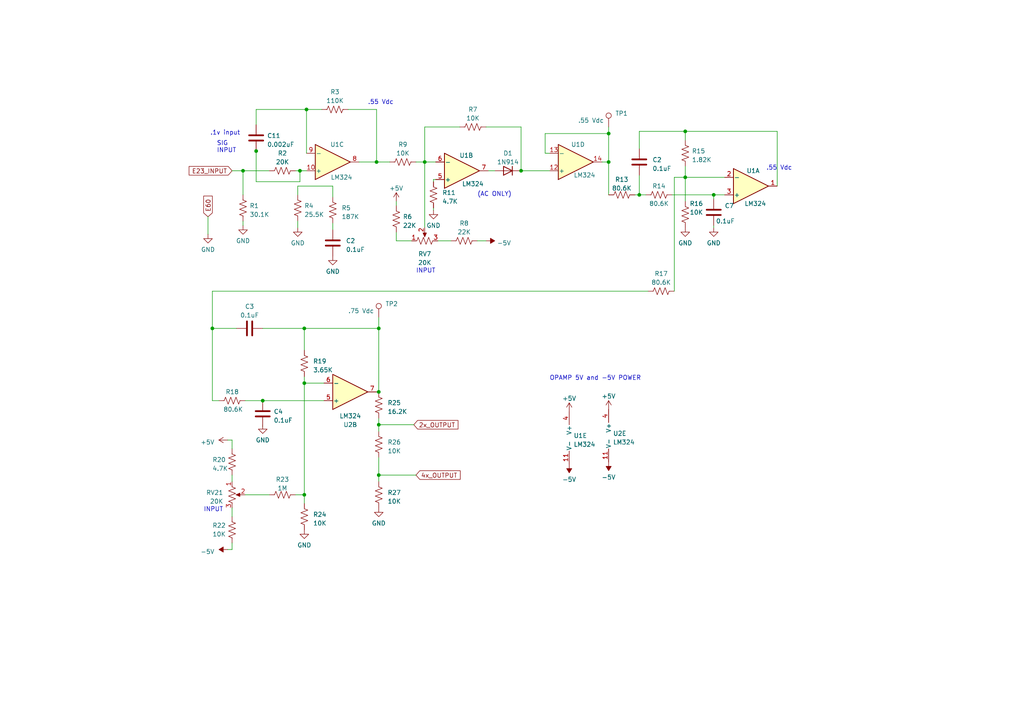
<source format=kicad_sch>
(kicad_sch (version 20230121) (generator eeschema)
  (paper "A4")
  (lib_symbols
    (symbol "Amplifier_Operational:LM324" (pin_names (offset 0.127))
      (property "Reference" "U" (at 0 5.08 0))
      (property "Value" "LM324" (at 0 -5.08 0))
      (symbol "LM324_1_1"
        (polyline (pts (xy -5.08 5.08) (xy 5.08 0) (xy -5.08 -5.08) (xy -5.08 5.08)) (stroke (width 0.254)) (fill (type background)))
        (pin output line (at 7.62 0 180) (length 2.54) (name "~") (number "1"))
        (pin input line (at -7.62 -2.54 0) (length 2.54) (name "-") (number "2"))
        (pin input line (at -7.62 2.54 0) (length 2.54) (name "+") (number "3"))
      )
      (symbol "LM324_2_1"
        (polyline (pts (xy -5.08 5.08) (xy 5.08 0) (xy -5.08 -5.08) (xy -5.08 5.08)) (stroke (width 0.254)) (fill (type background)))
        (pin input line (at -7.62 2.54 0) (length 2.54) (name "+") (number "5"))
        (pin input line (at -7.62 -2.54 0) (length 2.54) (name "-") (number "6"))
        (pin output line (at 7.62 0 180) (length 2.54) (name "~") (number "7"))
      )
      (symbol "LM324_3_1"
        (polyline (pts (xy -5.08 5.08) (xy 5.08 0) (xy -5.08 -5.08) (xy -5.08 5.08)) (stroke (width 0.254)) (fill (type background)))
        (pin input line (at -7.62 2.54 0) (length 2.54) (name "+") (number "10"))
        (pin output line (at 7.62 0 180) (length 2.54) (name "~") (number "8"))
        (pin input line (at -7.62 -2.54 0) (length 2.54) (name "-") (number "9"))
      )
      (symbol "LM324_4_1"
        (polyline (pts (xy -5.08 5.08) (xy 5.08 0) (xy -5.08 -5.08) (xy -5.08 5.08)) (stroke (width 0.254)) (fill (type background)))
        (pin input line (at -7.62 2.54 0) (length 2.54) (name "+") (number "12"))
        (pin input line (at -7.62 -2.54 0) (length 2.54) (name "-") (number "13"))
        (pin output line (at 7.62 0 180) (length 2.54) (name "~") (number "14"))
      )
      (symbol "LM324_5_1"
        (pin power_in line (at -2.54 -7.62 90) (length 3.81) (name "V-") (number "11"))
        (pin power_in line (at -2.54 7.62 270) (length 3.81) (name "V+") (number "4"))
      )
    )
    (symbol "Connector:TestPoint" (pin_numbers hide) (pin_names (offset 0.762) hide)
      (property "Reference" "TP" (at 0 6.858 0))
      (property "Value" "TestPoint" (at 0 5.08 0))
      (symbol "TestPoint_0_1"
        (circle (center 0 3.302) (radius 0.762))
      )
      (symbol "TestPoint_1_1"
        (pin passive line (at 0 0 90) (length 2.54) (name "1") (number "1"))
      )
    )
    (symbol "Device:C" (pin_numbers hide) (pin_names (offset 0.254))
      (property "Reference" "C" (at 0.635 2.54 0))
      (property "Value" "C" (at 0.635 -2.54 0))
      (symbol "C_0_1"
        (polyline (pts (xy -2.032 -0.762) (xy 2.032 -0.762)) (stroke (width 0.508)))
        (polyline (pts (xy -2.032 0.762) (xy 2.032 0.762)) (stroke (width 0.508)))
      )
      (symbol "C_1_1"
        (pin passive line (at 0 3.81 270) (length 2.794) (name "~") (number "1"))
        (pin passive line (at 0 -3.81 90) (length 2.794) (name "~") (number "2"))
      )
    )
    (symbol "Device:R_Potentiometer_US" (pin_names (offset 1.016) hide)
      (property "Reference" "RV" (at -4.445 0 90))
      (property "Value" "R_Potentiometer_US" (at -2.54 0 90))
      (symbol "R_Potentiometer_US_0_1"
        (polyline (pts (xy 0 -2.286) (xy 0 -2.54)))
        (polyline (pts (xy 0 2.54) (xy 0 2.286)))
        (polyline (pts (xy 2.54 0) (xy 1.524 0)))
        (polyline (pts (xy 1.143 0) (xy 2.286 0.508) (xy 2.286 -0.508) (xy 1.143 0)) (fill (type outline)))
        (polyline (pts (xy 0 -0.762) (xy 1.016 -1.143) (xy 0 -1.524) (xy -1.016 -1.905) (xy 0 -2.286)))
        (polyline (pts (xy 0 0.762) (xy 1.016 0.381) (xy 0 0) (xy -1.016 -0.381) (xy 0 -0.762)))
        (polyline (pts (xy 0 2.286) (xy 1.016 1.905) (xy 0 1.524) (xy -1.016 1.143) (xy 0 0.762)))
      )
      (symbol "R_Potentiometer_US_1_1"
        (pin passive line (at 0 3.81 270) (length 1.27) (name "1") (number "1"))
        (pin passive line (at 3.81 0 180) (length 1.27) (name "2") (number "2"))
        (pin passive line (at 0 -3.81 90) (length 1.27) (name "3") (number "3"))
      )
    )
    (symbol "Device:R_US" (pin_numbers hide) (pin_names (offset 0))
      (property "Reference" "R" (at 2.54 0 90))
      (property "Value" "R_US" (at -2.54 0 90))
      (symbol "R_US_0_1"
        (polyline (pts (xy 0 -2.286) (xy 0 -2.54)))
        (polyline (pts (xy 0 2.286) (xy 0 2.54)))
        (polyline (pts (xy 0 -0.762) (xy 1.016 -1.143) (xy 0 -1.524) (xy -1.016 -1.905) (xy 0 -2.286)))
        (polyline (pts (xy 0 0.762) (xy 1.016 0.381) (xy 0 0) (xy -1.016 -0.381) (xy 0 -0.762)))
        (polyline (pts (xy 0 2.286) (xy 1.016 1.905) (xy 0 1.524) (xy -1.016 1.143) (xy 0 0.762)))
      )
      (symbol "R_US_1_1"
        (pin passive line (at 0 3.81 270) (length 1.27) (name "~") (number "1"))
        (pin passive line (at 0 -3.81 90) (length 1.27) (name "~") (number "2"))
      )
    )
    (symbol "Diode:1N914" (pin_numbers hide) (pin_names hide)
      (property "Reference" "D" (at 0 2.54 0))
      (property "Value" "1N914" (at 0 -2.54 0))
      (symbol "1N914_0_1"
        (polyline (pts (xy -1.27 1.27) (xy -1.27 -1.27)) (stroke (width 0.254)))
        (polyline (pts (xy 1.27 0) (xy -1.27 0)))
        (polyline (pts (xy 1.27 1.27) (xy 1.27 -1.27) (xy -1.27 0) (xy 1.27 1.27)) (stroke (width 0.254)))
      )
      (symbol "1N914_1_1"
        (pin passive line (at -3.81 0 0) (length 2.54) (name "K") (number "1"))
        (pin passive line (at 3.81 0 180) (length 2.54) (name "A") (number "2"))
      )
    )
    (symbol "power:+5V" (power) (pin_names (offset 0))
      (property "Value" "+5V" (at 0 3.556 0))
      (symbol "+5V_0_1"
        (polyline (pts (xy -0.762 1.27) (xy 0 2.54)))
        (polyline (pts (xy 0 0) (xy 0 2.54)))
        (polyline (pts (xy 0 2.54) (xy 0.762 1.27)))
      )
      (symbol "+5V_1_1"
        (pin power_in line (at 0 0 90) (length 0) hide (name "+5V") (number "1"))
      )
    )
    (symbol "power:-5V" (power) (pin_names (offset 0))
      (property "Value" "-5V" (at 0 3.81 0))
      (symbol "-5V_0_0"
        (pin power_in line (at 0 0 90) (length 0) hide (name "-5V") (number "1"))
      )
      (symbol "-5V_0_1"
        (polyline (pts (xy 0 0) (xy 0 1.27) (xy 0.762 1.27) (xy 0 2.54) (xy -0.762 1.27) (xy 0 1.27)) (fill (type outline)))
      )
    )
    (symbol "power:GND" (power) (pin_names (offset 0))
      (property "Value" "GND" (at 0 -3.81 0))
      (symbol "GND_0_1"
        (polyline (pts (xy 0 0) (xy 0 -1.27) (xy 1.27 -1.27) (xy 0 -2.54) (xy -1.27 -1.27) (xy 0 -1.27)))
      )
      (symbol "GND_1_1"
        (pin power_in line (at 0 0 270) (length 0) hide (name "GND") (number "1"))
      )
    )
  )
  (junction (at 88.265 111.125))
  (junction (at 109.22 46.99))
  (junction (at 123.19 46.99))
  (junction (at 151.13 49.53))
  (junction (at 86.995 49.53))
  (junction (at 76.2 116.205))
  (junction (at 70.485 49.53))
  (junction (at 185.42 56.515))
  (junction (at 109.855 137.795))
  (junction (at 109.855 95.25))
  (junction (at 74.295 43.815))
  (junction (at 88.9 31.75))
  (junction (at 198.755 51.435))
  (junction (at 176.53 46.99))
  (junction (at 88.265 143.51))
  (junction (at 109.855 113.665))
  (junction (at 88.265 95.25))
  (junction (at 61.595 95.25))
  (junction (at 198.755 38.1))
  (junction (at 176.53 38.735))
  (junction (at 109.855 123.19))
  (junction (at 207.01 56.515))
  (wire (pts (xy 88.265 111.125) (xy 88.265 143.51)))
  (wire (pts (xy 74.295 31.75) (xy 74.295 36.195)))
  (wire (pts (xy 85.725 49.53) (xy 86.995 49.53)))
  (wire (pts (xy 66.04 159.385) (xy 67.31 159.385)))
  (wire (pts (xy 76.2 123.825) (xy 76.2 123.19)))
  (wire (pts (xy 207.01 56.515) (xy 207.01 57.785)))
  (wire (pts (xy 63.5 116.205) (xy 61.595 116.205)))
  (wire (pts (xy 114.935 67.31) (xy 114.935 69.85)))
  (wire (pts (xy 120.65 46.99) (xy 123.19 46.99)))
  (wire (pts (xy 140.97 36.83) (xy 151.13 36.83)))
  (wire (pts (xy 66.04 127.635) (xy 67.31 127.635)))
  (wire (pts (xy 158.115 44.45) (xy 159.385 44.45)))
  (wire (pts (xy 67.31 159.385) (xy 67.31 157.48)))
  (wire (pts (xy 67.31 49.53) (xy 70.485 49.53)))
  (wire (pts (xy 88.9 44.45) (xy 88.9 31.75)))
  (wire (pts (xy 88.265 109.22) (xy 88.265 111.125)))
  (wire (pts (xy 86.995 52.705) (xy 86.995 49.53)))
  (wire (pts (xy 187.96 84.455) (xy 61.595 84.455)))
  (wire (pts (xy 88.9 31.75) (xy 74.295 31.75)))
  (wire (pts (xy 96.52 57.15) (xy 96.52 53.975)))
  (wire (pts (xy 88.265 95.25) (xy 109.855 95.25)))
  (wire (pts (xy 88.9 31.75) (xy 93.345 31.75)))
  (wire (pts (xy 141.605 49.53) (xy 143.51 49.53)))
  (wire (pts (xy 74.295 52.705) (xy 86.995 52.705)))
  (wire (pts (xy 61.595 84.455) (xy 61.595 95.25)))
  (wire (pts (xy 198.755 51.435) (xy 210.185 51.435)))
  (wire (pts (xy 61.595 95.25) (xy 61.595 116.205)))
  (wire (pts (xy 125.73 60.325) (xy 125.73 60.96)))
  (wire (pts (xy 120.65 137.795) (xy 109.855 137.795)))
  (wire (pts (xy 88.265 143.51) (xy 88.265 146.05)))
  (wire (pts (xy 176.53 36.83) (xy 176.53 38.735)))
  (wire (pts (xy 109.855 132.715) (xy 109.855 137.795)))
  (wire (pts (xy 74.295 43.18) (xy 74.295 43.815)))
  (wire (pts (xy 109.22 46.99) (xy 113.03 46.99)))
  (wire (pts (xy 185.42 38.1) (xy 185.42 43.18)))
  (wire (pts (xy 114.935 58.42) (xy 114.935 59.69)))
  (wire (pts (xy 158.115 38.735) (xy 158.115 44.45)))
  (wire (pts (xy 74.295 43.815) (xy 74.295 52.705)))
  (wire (pts (xy 133.35 36.83) (xy 123.19 36.83)))
  (wire (pts (xy 96.52 64.77) (xy 96.52 66.675)))
  (wire (pts (xy 174.625 46.99) (xy 176.53 46.99)))
  (wire (pts (xy 138.43 69.85) (xy 140.97 69.85)))
  (wire (pts (xy 123.19 36.83) (xy 123.19 46.99)))
  (wire (pts (xy 114.935 69.85) (xy 119.38 69.85)))
  (wire (pts (xy 76.2 116.205) (xy 93.98 116.205)))
  (wire (pts (xy 86.995 49.53) (xy 88.9 49.53)))
  (wire (pts (xy 109.855 95.25) (xy 109.855 113.665)))
  (wire (pts (xy 67.31 147.32) (xy 67.31 149.86)))
  (wire (pts (xy 127 69.85) (xy 130.81 69.85)))
  (wire (pts (xy 176.53 46.99) (xy 176.53 56.515)))
  (wire (pts (xy 198.755 48.26) (xy 198.755 51.435)))
  (wire (pts (xy 184.15 56.515) (xy 185.42 56.515)))
  (wire (pts (xy 85.725 143.51) (xy 88.265 143.51)))
  (wire (pts (xy 86.36 53.975) (xy 86.36 56.515)))
  (wire (pts (xy 76.2 95.25) (xy 88.265 95.25)))
  (wire (pts (xy 109.855 92.075) (xy 109.855 95.25)))
  (wire (pts (xy 109.22 31.75) (xy 109.22 46.99)))
  (wire (pts (xy 176.53 38.735) (xy 158.115 38.735)))
  (wire (pts (xy 86.36 53.975) (xy 96.52 53.975)))
  (wire (pts (xy 60.325 62.865) (xy 60.325 67.945)))
  (wire (pts (xy 86.36 64.135) (xy 86.36 66.04)))
  (wire (pts (xy 100.965 31.75) (xy 109.22 31.75)))
  (wire (pts (xy 185.42 56.515) (xy 187.325 56.515)))
  (wire (pts (xy 195.58 51.435) (xy 195.58 84.455)))
  (wire (pts (xy 88.265 95.25) (xy 88.265 101.6)))
  (wire (pts (xy 185.42 50.8) (xy 185.42 56.515)))
  (wire (pts (xy 151.13 49.53) (xy 159.385 49.53)))
  (wire (pts (xy 120.015 123.19) (xy 109.855 123.19)))
  (wire (pts (xy 61.595 95.25) (xy 68.58 95.25)))
  (wire (pts (xy 225.425 53.975) (xy 225.425 38.1)))
  (wire (pts (xy 151.13 36.83) (xy 151.13 49.53)))
  (wire (pts (xy 207.01 56.515) (xy 210.185 56.515)))
  (wire (pts (xy 109.855 121.285) (xy 109.855 123.19)))
  (wire (pts (xy 76.2 116.205) (xy 71.12 116.205)))
  (wire (pts (xy 109.855 137.795) (xy 109.855 139.7)))
  (wire (pts (xy 70.485 64.135) (xy 70.485 65.405)))
  (wire (pts (xy 176.53 46.99) (xy 176.53 38.735)))
  (wire (pts (xy 71.12 143.51) (xy 78.105 143.51)))
  (wire (pts (xy 125.73 52.07) (xy 126.365 52.07)))
  (wire (pts (xy 225.425 38.1) (xy 198.755 38.1)))
  (wire (pts (xy 198.755 40.64) (xy 198.755 38.1)))
  (wire (pts (xy 109.22 113.665) (xy 109.855 113.665)))
  (wire (pts (xy 207.01 65.405) (xy 207.01 66.04)))
  (wire (pts (xy 198.755 51.435) (xy 198.755 58.42)))
  (wire (pts (xy 109.22 46.99) (xy 104.14 46.99)))
  (wire (pts (xy 109.855 123.19) (xy 109.855 125.095)))
  (wire (pts (xy 198.755 51.435) (xy 195.58 51.435)))
  (wire (pts (xy 194.945 56.515) (xy 207.01 56.515)))
  (wire (pts (xy 88.265 111.125) (xy 93.98 111.125)))
  (wire (pts (xy 185.42 38.1) (xy 198.755 38.1)))
  (wire (pts (xy 125.73 52.705) (xy 125.73 52.07)))
  (wire (pts (xy 123.19 46.99) (xy 126.365 46.99)))
  (wire (pts (xy 70.485 49.53) (xy 78.105 49.53)))
  (wire (pts (xy 67.31 127.635) (xy 67.31 130.175)))
  (wire (pts (xy 67.31 137.795) (xy 67.31 139.7)))
  (wire (pts (xy 123.19 66.04) (xy 123.19 46.99)))
  (wire (pts (xy 70.485 56.515) (xy 70.485 49.53)))
  (text "(AC ONLY)" (at 138.43 57.15 0) (effects (font (size 1.27 1.27)) (justify left bottom)))
  (text ".55 Vdc\n" (at 222.25 49.53 0) (effects (font (size 1.27 1.27)) (justify left bottom)))
  (text "INPUT" (at 120.65 79.375 0) (effects (font (size 1.27 1.27)) (justify left bottom)))
  (text "INPUT" (at 59.055 148.59 0) (effects (font (size 1.27 1.27)) (justify left bottom)))
  (text "SIG\nINPUT" (at 62.865 44.45 0) (effects (font (size 1.27 1.27)) (justify left bottom)))
  (text "OPAMP 5V and -5V POWER" (at 159.385 110.49 0) (effects (font (size 1.27 1.27)) (justify left bottom)))
  (text ".1v input\n" (at 60.96 39.37 0) (effects (font (size 1.27 1.27)) (justify left bottom)))
  (text ".55 Vdc\n" (at 106.68 30.48 0) (effects (font (size 1.27 1.27)) (justify left bottom)))
  (global_label "E23_INPUT" (shape input) (at 67.31 49.53 180) (property "Intersheetrefs" "${INTERSHEET_REFS}" (effects hide)))
  (global_label "E60" (shape input) (at 60.325 62.865 90) (property "Intersheetrefs" "${INTERSHEET_REFS}" (effects hide)))
  (global_label "2x_OUTPUT" (shape input) (at 120.015 123.19 0) (property "Intersheetrefs" "${INTERSHEET_REFS}" (effects hide)))
  (global_label "4x_OUTPUT" (shape input) (at 120.65 137.795 0) (property "Intersheetrefs" "${INTERSHEET_REFS}" (effects hide)))
  (symbol (lib_id "Device:C") (at 185.42 46.99 0) (unit 1)
    (property "Reference" "C2" (at 189.23 46.355 0) (effects (justify left)))
    (property "Value" "0.1uF" (at 189.23 48.895 0) (effects (justify left)))
    (property "Footprint" "Capacitor_SMD:C_0603_1608Metric" (effects hide))
    (instances (project "Hardware_Filter_SSS" (path "" (reference "C2") (unit 1))) (project "Bottom_Board" (path "" (reference "C8") (unit 1))))
  )
  (symbol (lib_id "Device:R_US") (at 109.855 143.51 180) (unit 1)
    (property "Reference" "R27" (at 112.395 142.875 0) (effects (justify right)))
    (property "Value" "10K" (at 112.395 145.415 0) (effects (justify right)))
    (property "Footprint" "Resistor_SMD:R_0603_1608Metric" (effects hide))
    (instances (project "Hardware_Filter_SSS" (path "" (reference "R27") (unit 1))) (project "Bottom_Board" (path "" (reference "R14") (unit 1))))
  )
  (symbol (lib_id "Device:R_US") (at 137.16 36.83 90) (unit 1)
    (property "Reference" "R7" (at 137.16 31.75 90))
    (property "Value" "10K" (at 137.16 34.29 90))
    (property "Footprint" "Resistor_SMD:R_0603_1608Metric" (effects hide))
    (instances (project "Hardware_Filter_SSS" (path "" (reference "R7") (unit 1))) (project "Bottom_Board" (path "" (reference "R19") (unit 1))))
  )
  (symbol (lib_id "power:-5V") (at 66.04 159.385 90) (unit 1)
    (property "Reference" "#PWR016" (effects hide))
    (property "Value" "-5V" (at 62.23 160.02 90) (effects (justify left)))
    (instances (project "Hardware_Filter_SSS" (path "" (reference "#PWR016") (unit 1))) (project "Bottom_Board" (path "" (reference "#PWR03") (unit 1))))
  )
  (symbol (lib_id "Device:R_US") (at 116.84 46.99 90) (unit 1)
    (property "Reference" "R9" (at 116.84 41.91 90))
    (property "Value" "10K" (at 116.84 44.45 90))
    (property "Footprint" "Resistor_SMD:R_0603_1608Metric" (effects hide))
    (instances (project "Hardware_Filter_SSS" (path "" (reference "R9") (unit 1))) (project "Bottom_Board" (path "" (reference "R16") (unit 1))))
  )
  (symbol (lib_id "Amplifier_Operational:LM324") (at 133.985 49.53 0) (mirror x) (unit 2)
    (property "Reference" "U1" (at 135.255 45.085 0))
    (property "Value" "LM324" (at 137.16 53.34 0))
    (property "Footprint" "Package_SO:SOIC-14_3.9x8.7mm_P1.27mm" (effects hide))
    (property "Datasheet" "http://www.ti.com/lit/ds/symlink/lm2902-n.pdf" (effects hide))
  )
  (symbol (lib_id "power:GND") (at 70.485 65.405 0) (unit 1)
    (property "Reference" "#PWR05" (effects hide))
    (property "Value" "GND" (at 70.485 69.85 0))
    (instances (project "Hardware_Filter_SSS" (path "" (reference "#PWR05") (unit 1))) (project "Bottom_Board" (path "" (reference "#PWR04") (unit 1))))
  )
  (symbol (lib_id "power:GND") (at 60.325 67.945 0) (unit 1)
    (property "Reference" "#PWR07" (effects hide))
    (property "Value" "GND" (at 60.325 72.39 0))
    (instances (project "Hardware_Filter_SSS" (path "" (reference "#PWR07") (unit 1))) (project "Bottom_Board" (path "" (reference "#PWR01") (unit 1))))
  )
  (symbol (lib_id "Amplifier_Operational:LM324") (at 101.6 113.665 0) (mirror x) (unit 2)
    (property "Reference" "U2" (at 101.6 123.19 0))
    (property "Value" "LM324" (at 101.6 120.65 0))
    (property "Footprint" "Package_SO:SOIC-14_3.9x8.7mm_P1.27mm" (effects hide))
    (property "Datasheet" "http://www.ti.com/lit/ds/symlink/lm2902-n.pdf" (effects hide))
  )
  (symbol (lib_id "Device:R_US") (at 134.62 69.85 90) (unit 1)
    (property "Reference" "R8" (at 134.62 64.77 90))
    (property "Value" "22K" (at 134.62 67.31 90))
    (property "Footprint" "Resistor_SMD:R_0603_1608Metric" (effects hide))
    (instances (project "Hardware_Filter_SSS" (path "" (reference "R8") (unit 1))) (project "Bottom_Board" (path "" (reference "R18") (unit 1))))
  )
  (symbol (lib_id "Device:R_Potentiometer_US") (at 67.31 143.51 0) (unit 1)
    (property "Reference" "RV21" (at 64.77 142.875 0) (effects (justify right)))
    (property "Value" "20K" (at 64.77 145.415 0) (effects (justify right)))
    (property "Footprint" "Potentiometer_THT:Potentiometer_Bourns_3386P_Vertical" (effects hide))
    (instances (project "Hardware_Filter_SSS" (path "" (reference "RV21") (unit 1))) (project "Bottom_Board" (path "" (reference "RV1") (unit 1))))
  )
  (symbol (lib_id "Diode:1N914") (at 147.32 49.53 180) (unit 1)
    (property "Reference" "D1" (at 147.32 44.45 0))
    (property "Value" "1N914" (at 147.32 46.99 0))
    (property "Footprint" "Diode_SMD:D_0603_1608Metric" (effects hide))
    (property "Datasheet" "http://www.vishay.com/docs/85622/1n914.pdf" (effects hide))
    (property "Sim.Device" "D" (effects hide))
    (property "Sim.Pins" "1=K 2=A" (effects hide))
  )
  (symbol (lib_id "Amplifier_Operational:LM324") (at 96.52 46.99 0) (mirror x) (unit 3)
    (property "Reference" "U1" (at 97.79 41.91 0))
    (property "Value" "LM324" (at 99.06 51.435 0))
    (property "Footprint" "Package_SO:SOIC-14_3.9x8.7mm_P1.27mm" (effects hide))
    (property "Datasheet" "http://www.ti.com/lit/ds/symlink/lm2902-n.pdf" (effects hide))
  )
  (symbol (lib_id "power:GND") (at 207.01 66.04 0) (unit 1)
    (property "Reference" "#PWR013" (effects hide))
    (property "Value" "GND" (at 207.01 70.485 0))
    (instances (project "Hardware_Filter_SSS" (path "" (reference "#PWR013") (unit 1))) (project "Bottom_Board" (path "" (reference "#PWR018") (unit 1))))
  )
  (symbol (lib_id "Device:R_US") (at 88.265 105.41 180) (unit 1)
    (property "Reference" "R19" (at 90.805 104.775 0) (effects (justify right)))
    (property "Value" "3.65K" (at 90.805 107.315 0) (effects (justify right)))
    (property "Footprint" "Resistor_SMD:R_0603_1608Metric" (effects hide))
    (instances (project "Hardware_Filter_SSS" (path "" (reference "R19") (unit 1))) (project "Bottom_Board" (path "" (reference "R8") (unit 1))))
  )
  (symbol (lib_id "Connector:TestPoint") (at 109.855 92.075 0) (unit 1)
    (property "Reference" "TP2" (at 111.76 88.138 0) (effects (justify left)))
    (property "Value" ".75 Vdc" (at 100.965 90.17 0) (effects (justify left)))
    (property "Footprint" "TestPoint:TestPoint_Loop_D2.54mm_Drill1.5mm_Beaded" (effects hide))
    (instances (project "Hardware_Filter_SSS" (path "" (reference "TP2") (unit 1))) (project "Bottom_Board" (path "" (reference "TP1") (unit 1))))
  )
  (symbol (lib_id "Device:R_US") (at 67.31 153.67 180) (unit 1)
    (property "Reference" "R22" (at 61.595 152.4 0) (effects (justify right)))
    (property "Value" "10K" (at 61.595 154.94 0) (effects (justify right)))
    (property "Footprint" "Resistor_SMD:R_0603_1608Metric" (effects hide))
    (instances (project "Hardware_Filter_SSS" (path "" (reference "R22") (unit 1))) (project "Bottom_Board" (path "" (reference "R3") (unit 1))))
  )
  (symbol (lib_id "Amplifier_Operational:LM324") (at 167.005 46.99 0) (mirror x) (unit 4)
    (property "Reference" "U1" (at 167.64 41.91 0))
    (property "Value" "LM324" (at 169.545 50.8 0))
    (property "Footprint" "Package_SO:SOIC-14_3.9x8.7mm_P1.27mm" (effects hide))
    (property "Datasheet" "http://www.ti.com/lit/ds/symlink/lm2902-n.pdf" (effects hide))
  )
  (symbol (lib_id "Device:R_US") (at 81.915 49.53 90) (unit 1)
    (property "Reference" "R2" (at 81.915 44.45 90))
    (property "Value" "20K" (at 81.915 46.99 90))
    (property "Footprint" "Resistor_SMD:R_0603_1608Metric" (effects hide))
    (instances (project "Hardware_Filter_SSS" (path "" (reference "R2") (unit 1))) (project "Bottom_Board" (path "" (reference "R5") (unit 1))))
  )
  (symbol (lib_id "power:+5V") (at 165.1 119.38 0) (unit 1)
    (property "Reference" "#PWR01" (effects hide))
    (property "Value" "+5V" (at 165.1 115.57 0))
    (instances (project "Hardware_Filter_SSS" (path "" (reference "#PWR01") (unit 1))) (project "Bottom_Board" (path "" (reference "#PWR013") (unit 1))))
  )
  (symbol (lib_id "power:GND") (at 96.52 74.295 0) (unit 1)
    (property "Reference" "#PWR08" (effects hide))
    (property "Value" "GND" (at 96.52 78.74 0))
  )
  (symbol (lib_id "Device:R_US") (at 96.52 60.96 0) (unit 1)
    (property "Reference" "R5" (at 99.06 60.325 0) (effects (justify left)))
    (property "Value" "187K" (at 99.06 62.865 0) (effects (justify left)))
    (property "Footprint" "Resistor_SMD:R_0603_1608Metric" (effects hide))
    (instances (project "Hardware_Filter_SSS" (path "" (reference "R5") (unit 1))) (project "Bottom_Board" (path "" (reference "R10") (unit 1))))
  )
  (symbol (lib_id "power:GND") (at 109.855 147.32 0) (unit 1)
    (property "Reference" "#PWR014" (effects hide))
    (property "Value" "GND" (at 109.855 151.765 0))
    (instances (project "Hardware_Filter_SSS" (path "" (reference "#PWR014") (unit 1))) (project "Bottom_Board" (path "" (reference "#PWR09") (unit 1))))
  )
  (symbol (lib_id "Device:R_US") (at 97.155 31.75 90) (unit 1)
    (property "Reference" "R3" (at 97.155 26.67 90))
    (property "Value" "110K" (at 97.155 29.21 90))
    (property "Footprint" "Resistor_SMD:R_0603_1608Metric" (effects hide))
    (instances (project "Hardware_Filter_SSS" (path "" (reference "R3") (unit 1))) (project "Bottom_Board" (path "" (reference "R11") (unit 1))))
  )
  (symbol (lib_id "Amplifier_Operational:LM324") (at 217.805 53.975 0) (mirror x) (unit 1)
    (property "Reference" "U1" (at 218.44 49.53 0))
    (property "Value" "LM324" (at 219.075 59.055 0))
    (property "Footprint" "Package_SO:SOIC-14_3.9x8.7mm_P1.27mm" (effects hide))
    (property "Datasheet" "http://www.ti.com/lit/ds/symlink/lm2902-n.pdf" (effects hide))
  )
  (symbol (lib_id "Device:C") (at 76.2 120.015 180) (unit 1)
    (property "Reference" "C4" (at 79.375 119.38 0) (effects (justify right)))
    (property "Value" "0.1uF" (at 79.375 121.92 0) (effects (justify right)))
    (property "Footprint" "Capacitor_SMD:C_0603_1608Metric" (effects hide))
    (instances (project "Hardware_Filter_SSS" (path "" (reference "C4") (unit 1))) (project "Bottom_Board" (path "" (reference "C6") (unit 1))))
  )
  (symbol (lib_id "Device:R_US") (at 191.135 56.515 90) (unit 1)
    (property "Reference" "R14" (at 191.135 53.975 90))
    (property "Value" "80.6K" (at 191.135 59.055 90))
    (property "Footprint" "Resistor_SMD:R_0603_1608Metric" (effects hide))
    (instances (project "Hardware_Filter_SSS" (path "" (reference "R14") (unit 1))) (project "Bottom_Board" (path "" (reference "R21") (unit 1))))
  )
  (symbol (lib_id "Device:R_US") (at 67.31 133.985 180) (unit 1)
    (property "Reference" "R20" (at 61.595 133.35 0) (effects (justify right)))
    (property "Value" "4.7K" (at 61.595 135.89 0) (effects (justify right)))
    (property "Footprint" "Resistor_SMD:R_0603_1608Metric" (effects hide))
    (instances (project "Hardware_Filter_SSS" (path "" (reference "R20") (unit 1))) (project "Bottom_Board" (path "" (reference "R2") (unit 1))))
  )
  (symbol (lib_id "Device:R_US") (at 88.265 149.86 180) (unit 1)
    (property "Reference" "R24" (at 90.805 149.225 0) (effects (justify right)))
    (property "Value" "10K" (at 90.805 151.765 0) (effects (justify right)))
    (property "Footprint" "Resistor_SMD:R_0603_1608Metric" (effects hide))
    (instances (project "Hardware_Filter_SSS" (path "" (reference "R24") (unit 1))) (project "Bottom_Board" (path "" (reference "R9") (unit 1))))
  )
  (symbol (lib_id "Device:R_US") (at 67.31 116.205 90) (unit 1)
    (property "Reference" "R18" (at 65.405 113.665 90) (effects (justify right)))
    (property "Value" "80.6K" (at 64.77 118.745 90) (effects (justify right)))
    (property "Footprint" "Resistor_SMD:R_0603_1608Metric" (effects hide))
    (instances (project "Hardware_Filter_SSS" (path "" (reference "R18") (unit 1))) (project "Bottom_Board" (path "" (reference "R1") (unit 1))))
  )
  (symbol (lib_id "Amplifier_Operational:LM324") (at 167.64 127 0) (unit 5)
    (property "Reference" "U1" (at 166.37 126.365 0) (effects (justify left)))
    (property "Value" "LM324" (at 166.37 128.905 0) (effects (justify left)))
    (property "Footprint" "Package_SO:SOIC-14_3.9x8.7mm_P1.27mm" (effects hide))
    (property "Datasheet" "http://www.ti.com/lit/ds/symlink/lm2902-n.pdf" (effects hide))
  )
  (symbol (lib_id "Device:R_US") (at 70.485 60.325 0) (unit 1)
    (property "Reference" "R1" (at 72.39 59.69 0) (effects (justify left)))
    (property "Value" "30.1K" (at 72.39 62.23 0) (effects (justify left)))
    (property "Footprint" "Resistor_SMD:R_0603_1608Metric" (effects hide))
    (instances (project "Hardware_Filter_SSS" (path "" (reference "R1") (unit 1))) (project "Bottom_Board" (path "" (reference "R4") (unit 1))))
  )
  (symbol (lib_id "power:GND") (at 88.265 153.67 0) (unit 1)
    (property "Reference" "#PWR017" (effects hide))
    (property "Value" "GND" (at 88.265 158.115 0))
    (instances (project "Hardware_Filter_SSS" (path "" (reference "#PWR017") (unit 1))) (project "Bottom_Board" (path "" (reference "#PWR07") (unit 1))))
  )
  (symbol (lib_id "power:GND") (at 86.36 66.04 0) (unit 1)
    (property "Reference" "#PWR06" (effects hide))
    (property "Value" "GND" (at 86.36 70.485 0))
  )
  (symbol (lib_id "Device:R_Potentiometer_US") (at 123.19 69.85 90) (unit 1)
    (property "Reference" "RV7" (at 123.19 73.66 90))
    (property "Value" "20K" (at 123.19 76.2 90))
    (property "Footprint" "Potentiometer_THT:Potentiometer_Bourns_3386P_Vertical" (effects hide))
    (instances (project "Hardware_Filter_SSS" (path "" (reference "RV7") (unit 1))) (project "Bottom_Board" (path "" (reference "RV2") (unit 1))))
  )
  (symbol (lib_id "power:GND") (at 198.755 66.04 0) (unit 1)
    (property "Reference" "#PWR012" (effects hide))
    (property "Value" "GND" (at 198.755 70.485 0))
    (instances (project "Hardware_Filter_SSS" (path "" (reference "#PWR012") (unit 1))) (project "Bottom_Board" (path "" (reference "#PWR017") (unit 1))))
  )
  (symbol (lib_id "power:-5V") (at 140.97 69.85 270) (unit 1)
    (property "Reference" "#PWR010" (effects hide))
    (property "Value" "-5V" (at 144.145 70.485 90) (effects (justify left)))
    (instances (project "Hardware_Filter_SSS" (path "" (reference "#PWR010") (unit 1))) (project "Bottom_Board" (path "" (reference "#PWR012") (unit 1))))
  )
  (symbol (lib_id "power:-5V") (at 176.53 133.985 180) (unit 1)
    (property "Reference" "#PWR03" (effects hide))
    (property "Value" "-5V" (at 176.53 138.43 0))
    (instances (project "Hardware_Filter_SSS" (path "" (reference "#PWR03") (unit 1))) (project "Bottom_Board" (path "" (reference "#PWR016") (unit 1))))
  )
  (symbol (lib_id "Device:R_US") (at 81.915 143.51 270) (unit 1)
    (property "Reference" "R23" (at 81.915 139.065 90))
    (property "Value" "1M" (at 81.915 141.605 90))
    (property "Footprint" "Resistor_SMD:R_0603_1608Metric" (effects hide))
    (instances (project "Hardware_Filter_SSS" (path "" (reference "R23") (unit 1))) (project "Bottom_Board" (path "" (reference "R6") (unit 1))))
  )
  (symbol (lib_id "power:GND") (at 125.73 60.96 0) (unit 1)
    (property "Reference" "#PWR011" (effects hide))
    (property "Value" "GND" (at 125.73 65.405 0))
  )
  (symbol (lib_id "power:+5V") (at 114.935 58.42 0) (unit 1)
    (property "Reference" "#PWR09" (effects hide))
    (property "Value" "+5V" (at 114.935 54.61 0))
    (instances (project "Hardware_Filter_SSS" (path "" (reference "#PWR09") (unit 1))) (project "Bottom_Board" (path "" (reference "#PWR010") (unit 1))))
  )
  (symbol (lib_id "Device:R_US") (at 109.855 117.475 180) (unit 1)
    (property "Reference" "R25" (at 112.395 116.84 0) (effects (justify right)))
    (property "Value" "16.2K" (at 112.395 119.38 0) (effects (justify right)))
    (property "Footprint" "Resistor_SMD:R_0603_1608Metric" (effects hide))
    (instances (project "Hardware_Filter_SSS" (path "" (reference "R25") (unit 1))) (project "Bottom_Board" (path "" (reference "R12") (unit 1))))
  )
  (symbol (lib_id "power:GND") (at 76.2 123.19 0) (unit 1)
    (property "Reference" "#PWR018" (effects hide))
    (property "Value" "GND" (at 76.2 127.635 0))
    (instances (project "Hardware_Filter_SSS" (path "" (reference "#PWR018") (unit 1))) (project "Bottom_Board" (path "" (reference "#PWR05") (unit 1))))
  )
  (symbol (lib_id "Amplifier_Operational:LM324") (at 179.07 126.365 0) (unit 5)
    (property "Reference" "U2" (at 177.8 125.73 0) (effects (justify left)))
    (property "Value" "LM324" (at 177.8 128.27 0) (effects (justify left)))
    (property "Footprint" "Package_SO:SOIC-14_3.9x8.7mm_P1.27mm" (effects hide))
    (property "Datasheet" "http://www.ti.com/lit/ds/symlink/lm2902-n.pdf" (effects hide))
  )
  (symbol (lib_id "Device:R_US") (at 191.77 84.455 90) (unit 1)
    (property "Reference" "R17" (at 191.77 79.375 90))
    (property "Value" "80.6K" (at 191.77 81.915 90))
    (property "Footprint" "Resistor_SMD:R_0603_1608Metric" (effects hide))
    (instances (project "Hardware_Filter_SSS" (path "" (reference "R17") (unit 1))) (project "Bottom_Board" (path "" (reference "R22") (unit 1))))
  )
  (symbol (lib_id "Device:R_US") (at 180.34 56.515 90) (unit 1)
    (property "Reference" "R13" (at 180.34 52.07 90))
    (property "Value" "80.6K" (at 180.34 54.61 90))
    (property "Footprint" "Resistor_SMD:R_0603_1608Metric" (effects hide))
    (instances (project "Hardware_Filter_SSS" (path "" (reference "R13") (unit 1))) (project "Bottom_Board" (path "" (reference "R20") (unit 1))))
  )
  (symbol (lib_id "Device:R_US") (at 198.755 62.23 0) (unit 1)
    (property "Reference" "R16" (at 200.025 59.055 0) (effects (justify left)))
    (property "Value" "10K" (at 200.025 61.595 0) (effects (justify left)))
    (property "Footprint" "Resistor_SMD:R_0603_1608Metric" (effects hide))
    (instances (project "Hardware_Filter_SSS" (path "" (reference "R16") (unit 1))) (project "Bottom_Board" (path "" (reference "R24") (unit 1))))
  )
  (symbol (lib_id "Device:R_US") (at 86.36 60.325 0) (unit 1)
    (property "Reference" "R4" (at 88.265 59.69 0) (effects (justify left)))
    (property "Value" "25.5K" (at 88.265 62.23 0) (effects (justify left)))
    (property "Footprint" "Resistor_SMD:R_0603_1608Metric" (effects hide))
    (instances (project "Hardware_Filter_SSS" (path "" (reference "R4") (unit 1))) (project "Bottom_Board" (path "" (reference "R7") (unit 1))))
  )
  (symbol (lib_id "Device:R_US") (at 114.935 63.5 0) (unit 1)
    (property "Reference" "R6" (at 116.84 62.865 0) (effects (justify left)))
    (property "Value" "22K" (at 116.84 65.405 0) (effects (justify left)))
    (property "Footprint" "Resistor_SMD:R_0603_1608Metric" (effects hide))
    (instances (project "Hardware_Filter_SSS" (path "" (reference "R6") (unit 1))) (project "Bottom_Board" (path "" (reference "R15") (unit 1))))
  )
  (symbol (lib_id "Device:R_US") (at 125.73 56.515 0) (unit 1)
    (property "Reference" "R11" (at 128.27 55.88 0) (effects (justify left)))
    (property "Value" "4.7K" (at 128.27 58.42 0) (effects (justify left)))
    (property "Footprint" "Resistor_SMD:R_0603_1608Metric" (effects hide))
    (instances (project "Hardware_Filter_SSS" (path "" (reference "R11") (unit 1))) (project "Bottom_Board" (path "" (reference "R17") (unit 1))))
  )
  (symbol (lib_id "Device:C") (at 207.01 61.595 0) (unit 1)
    (property "Reference" "C7" (at 210.185 59.69 0) (effects (justify left)))
    (property "Value" "0.1uF" (at 207.645 64.135 0) (effects (justify left)))
    (property "Footprint" "Capacitor_SMD:C_0603_1608Metric" (effects hide))
    (instances (project "Hardware_Filter_SSS" (path "" (reference "C7") (unit 1))) (project "Bottom_Board" (path "" (reference "C9") (unit 1))))
  )
  (symbol (lib_id "Device:C") (at 72.39 95.25 270) (unit 1)
    (property "Reference" "C3" (at 72.39 88.9 90))
    (property "Value" "0.1uF" (at 72.39 91.44 90))
    (property "Footprint" "Capacitor_SMD:C_0603_1608Metric" (effects hide))
    (instances (project "Hardware_Filter_SSS" (path "" (reference "C3") (unit 1))) (project "Bottom_Board" (path "" (reference "C4") (unit 1))))
  )
  (symbol (lib_id "Connector:TestPoint") (at 176.53 36.83 0) (unit 1)
    (property "Reference" "TP1" (at 178.435 32.893 0) (effects (justify left)))
    (property "Value" ".55 Vdc" (at 167.64 34.925 0) (effects (justify left)))
    (property "Footprint" "TestPoint:TestPoint_Loop_D2.54mm_Drill1.5mm_Beaded" (effects hide))
    (instances (project "Hardware_Filter_SSS" (path "" (reference "TP1") (unit 1))) (project "Bottom_Board" (path "" (reference "TP2") (unit 1))))
  )
  (symbol (lib_id "Device:C") (at 96.52 70.485 0) (unit 1)
    (property "Reference" "C2" (at 100.33 69.85 0) (effects (justify left)))
    (property "Value" "0.1uF" (at 100.33 72.39 0) (effects (justify left)))
    (property "Footprint" "Capacitor_SMD:C_0603_1608Metric" (effects hide))
    (instances (project "Hardware_Filter_SSS" (path "" (reference "C2") (unit 1))) (project "Bottom_Board" (path "" (reference "C7") (unit 1))))
  )
  (symbol (lib_id "power:+5V") (at 176.53 118.745 0) (unit 1)
    (property "Reference" "#PWR04" (effects hide))
    (property "Value" "+5V" (at 176.53 114.935 0))
    (instances (project "Hardware_Filter_SSS" (path "" (reference "#PWR04") (unit 1))) (project "Bottom_Board" (path "" (reference "#PWR015") (unit 1))))
  )
  (symbol (lib_id "power:-5V") (at 165.1 134.62 180) (unit 1)
    (property "Reference" "#PWR02" (effects hide))
    (property "Value" "-5V" (at 165.1 139.065 0))
    (instances (project "Hardware_Filter_SSS" (path "" (reference "#PWR02") (unit 1))) (project "Bottom_Board" (path "" (reference "#PWR014") (unit 1))))
  )
  (symbol (lib_id "Device:R_US") (at 198.755 44.45 180) (unit 1)
    (property "Reference" "R15" (at 200.66 43.815 0) (effects (justify right)))
    (property "Value" "1.82K" (at 200.66 46.355 0) (effects (justify right)))
    (property "Footprint" "Resistor_SMD:R_0603_1608Metric" (effects hide))
    (instances (project "Hardware_Filter_SSS" (path "" (reference "R15") (unit 1))) (project "Bottom_Board" (path "" (reference "R23") (unit 1))))
  )
  (symbol (lib_id "Device:C") (at 74.295 40.005 0) (unit 1)
    (property "Reference" "C11" (at 77.47 39.37 0) (effects (justify left)))
    (property "Value" "0.002uF" (at 77.47 41.91 0) (effects (justify left)))
    (property "Footprint" "Capacitor_SMD:C_0603_1608Metric" (effects hide))
    (instances (project "Hardware_Filter_SSS" (path "" (reference "C11") (unit 1))) (project "Bottom_Board" (path "" (reference "C5") (unit 1))))
  )
  (symbol (lib_id "power:+5V") (at 66.04 127.635 90) (unit 1)
    (property "Reference" "#PWR015" (effects hide))
    (property "Value" "+5V" (at 62.23 128.27 90) (effects (justify left)))
    (instances (project "Hardware_Filter_SSS" (path "" (reference "#PWR015") (unit 1))) (project "Bottom_Board" (path "" (reference "#PWR02") (unit 1))))
  )
  (symbol (lib_id "Device:R_US") (at 109.855 128.905 180) (unit 1)
    (property "Reference" "R26" (at 112.395 128.27 0) (effects (justify right)))
    (property "Value" "10K" (at 112.395 130.81 0) (effects (justify right)))
    (property "Footprint" "Resistor_SMD:R_0603_1608Metric" (effects hide))
    (instances (project "Hardware_Filter_SSS" (path "" (reference "R26") (unit 1))) (project "Bottom_Board" (path "" (reference "R13") (unit 1))))
  )
)
</source>
